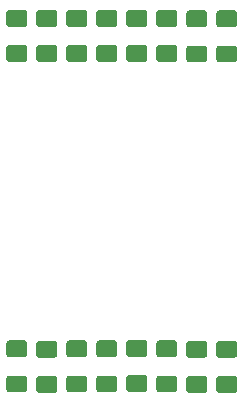
<source format=gbr>
G04 #@! TF.GenerationSoftware,KiCad,Pcbnew,(5.1.5)-3*
G04 #@! TF.CreationDate,2020-05-24T17:55:25+02:00*
G04 #@! TF.ProjectId,MultiSwitch_Sw16_ProMicro,4d756c74-6953-4776-9974-63685f537731,V1.0*
G04 #@! TF.SameCoordinates,Original*
G04 #@! TF.FileFunction,Paste,Bot*
G04 #@! TF.FilePolarity,Positive*
%FSLAX46Y46*%
G04 Gerber Fmt 4.6, Leading zero omitted, Abs format (unit mm)*
G04 Created by KiCad (PCBNEW (5.1.5)-3) date 2020-05-24 17:55:25*
%MOMM*%
%LPD*%
G04 APERTURE LIST*
%ADD10C,0.100000*%
G04 APERTURE END LIST*
D10*
G36*
X127649504Y-84124704D02*
G01*
X127673773Y-84128304D01*
X127697571Y-84134265D01*
X127720671Y-84142530D01*
X127742849Y-84153020D01*
X127763893Y-84165633D01*
X127783598Y-84180247D01*
X127801777Y-84196723D01*
X127818253Y-84214902D01*
X127832867Y-84234607D01*
X127845480Y-84255651D01*
X127855970Y-84277829D01*
X127864235Y-84300929D01*
X127870196Y-84324727D01*
X127873796Y-84348996D01*
X127875000Y-84373500D01*
X127875000Y-85298500D01*
X127873796Y-85323004D01*
X127870196Y-85347273D01*
X127864235Y-85371071D01*
X127855970Y-85394171D01*
X127845480Y-85416349D01*
X127832867Y-85437393D01*
X127818253Y-85457098D01*
X127801777Y-85475277D01*
X127783598Y-85491753D01*
X127763893Y-85506367D01*
X127742849Y-85518980D01*
X127720671Y-85529470D01*
X127697571Y-85537735D01*
X127673773Y-85543696D01*
X127649504Y-85547296D01*
X127625000Y-85548500D01*
X126375000Y-85548500D01*
X126350496Y-85547296D01*
X126326227Y-85543696D01*
X126302429Y-85537735D01*
X126279329Y-85529470D01*
X126257151Y-85518980D01*
X126236107Y-85506367D01*
X126216402Y-85491753D01*
X126198223Y-85475277D01*
X126181747Y-85457098D01*
X126167133Y-85437393D01*
X126154520Y-85416349D01*
X126144030Y-85394171D01*
X126135765Y-85371071D01*
X126129804Y-85347273D01*
X126126204Y-85323004D01*
X126125000Y-85298500D01*
X126125000Y-84373500D01*
X126126204Y-84348996D01*
X126129804Y-84324727D01*
X126135765Y-84300929D01*
X126144030Y-84277829D01*
X126154520Y-84255651D01*
X126167133Y-84234607D01*
X126181747Y-84214902D01*
X126198223Y-84196723D01*
X126216402Y-84180247D01*
X126236107Y-84165633D01*
X126257151Y-84153020D01*
X126279329Y-84142530D01*
X126302429Y-84134265D01*
X126326227Y-84128304D01*
X126350496Y-84124704D01*
X126375000Y-84123500D01*
X127625000Y-84123500D01*
X127649504Y-84124704D01*
G37*
G36*
X127649504Y-87099704D02*
G01*
X127673773Y-87103304D01*
X127697571Y-87109265D01*
X127720671Y-87117530D01*
X127742849Y-87128020D01*
X127763893Y-87140633D01*
X127783598Y-87155247D01*
X127801777Y-87171723D01*
X127818253Y-87189902D01*
X127832867Y-87209607D01*
X127845480Y-87230651D01*
X127855970Y-87252829D01*
X127864235Y-87275929D01*
X127870196Y-87299727D01*
X127873796Y-87323996D01*
X127875000Y-87348500D01*
X127875000Y-88273500D01*
X127873796Y-88298004D01*
X127870196Y-88322273D01*
X127864235Y-88346071D01*
X127855970Y-88369171D01*
X127845480Y-88391349D01*
X127832867Y-88412393D01*
X127818253Y-88432098D01*
X127801777Y-88450277D01*
X127783598Y-88466753D01*
X127763893Y-88481367D01*
X127742849Y-88493980D01*
X127720671Y-88504470D01*
X127697571Y-88512735D01*
X127673773Y-88518696D01*
X127649504Y-88522296D01*
X127625000Y-88523500D01*
X126375000Y-88523500D01*
X126350496Y-88522296D01*
X126326227Y-88518696D01*
X126302429Y-88512735D01*
X126279329Y-88504470D01*
X126257151Y-88493980D01*
X126236107Y-88481367D01*
X126216402Y-88466753D01*
X126198223Y-88450277D01*
X126181747Y-88432098D01*
X126167133Y-88412393D01*
X126154520Y-88391349D01*
X126144030Y-88369171D01*
X126135765Y-88346071D01*
X126129804Y-88322273D01*
X126126204Y-88298004D01*
X126125000Y-88273500D01*
X126125000Y-87348500D01*
X126126204Y-87323996D01*
X126129804Y-87299727D01*
X126135765Y-87275929D01*
X126144030Y-87252829D01*
X126154520Y-87230651D01*
X126167133Y-87209607D01*
X126181747Y-87189902D01*
X126198223Y-87171723D01*
X126216402Y-87155247D01*
X126236107Y-87140633D01*
X126257151Y-87128020D01*
X126279329Y-87117530D01*
X126302429Y-87109265D01*
X126326227Y-87103304D01*
X126350496Y-87099704D01*
X126375000Y-87098500D01*
X127625000Y-87098500D01*
X127649504Y-87099704D01*
G37*
G36*
X130189504Y-87099704D02*
G01*
X130213773Y-87103304D01*
X130237571Y-87109265D01*
X130260671Y-87117530D01*
X130282849Y-87128020D01*
X130303893Y-87140633D01*
X130323598Y-87155247D01*
X130341777Y-87171723D01*
X130358253Y-87189902D01*
X130372867Y-87209607D01*
X130385480Y-87230651D01*
X130395970Y-87252829D01*
X130404235Y-87275929D01*
X130410196Y-87299727D01*
X130413796Y-87323996D01*
X130415000Y-87348500D01*
X130415000Y-88273500D01*
X130413796Y-88298004D01*
X130410196Y-88322273D01*
X130404235Y-88346071D01*
X130395970Y-88369171D01*
X130385480Y-88391349D01*
X130372867Y-88412393D01*
X130358253Y-88432098D01*
X130341777Y-88450277D01*
X130323598Y-88466753D01*
X130303893Y-88481367D01*
X130282849Y-88493980D01*
X130260671Y-88504470D01*
X130237571Y-88512735D01*
X130213773Y-88518696D01*
X130189504Y-88522296D01*
X130165000Y-88523500D01*
X128915000Y-88523500D01*
X128890496Y-88522296D01*
X128866227Y-88518696D01*
X128842429Y-88512735D01*
X128819329Y-88504470D01*
X128797151Y-88493980D01*
X128776107Y-88481367D01*
X128756402Y-88466753D01*
X128738223Y-88450277D01*
X128721747Y-88432098D01*
X128707133Y-88412393D01*
X128694520Y-88391349D01*
X128684030Y-88369171D01*
X128675765Y-88346071D01*
X128669804Y-88322273D01*
X128666204Y-88298004D01*
X128665000Y-88273500D01*
X128665000Y-87348500D01*
X128666204Y-87323996D01*
X128669804Y-87299727D01*
X128675765Y-87275929D01*
X128684030Y-87252829D01*
X128694520Y-87230651D01*
X128707133Y-87209607D01*
X128721747Y-87189902D01*
X128738223Y-87171723D01*
X128756402Y-87155247D01*
X128776107Y-87140633D01*
X128797151Y-87128020D01*
X128819329Y-87117530D01*
X128842429Y-87109265D01*
X128866227Y-87103304D01*
X128890496Y-87099704D01*
X128915000Y-87098500D01*
X130165000Y-87098500D01*
X130189504Y-87099704D01*
G37*
G36*
X130189504Y-84124704D02*
G01*
X130213773Y-84128304D01*
X130237571Y-84134265D01*
X130260671Y-84142530D01*
X130282849Y-84153020D01*
X130303893Y-84165633D01*
X130323598Y-84180247D01*
X130341777Y-84196723D01*
X130358253Y-84214902D01*
X130372867Y-84234607D01*
X130385480Y-84255651D01*
X130395970Y-84277829D01*
X130404235Y-84300929D01*
X130410196Y-84324727D01*
X130413796Y-84348996D01*
X130415000Y-84373500D01*
X130415000Y-85298500D01*
X130413796Y-85323004D01*
X130410196Y-85347273D01*
X130404235Y-85371071D01*
X130395970Y-85394171D01*
X130385480Y-85416349D01*
X130372867Y-85437393D01*
X130358253Y-85457098D01*
X130341777Y-85475277D01*
X130323598Y-85491753D01*
X130303893Y-85506367D01*
X130282849Y-85518980D01*
X130260671Y-85529470D01*
X130237571Y-85537735D01*
X130213773Y-85543696D01*
X130189504Y-85547296D01*
X130165000Y-85548500D01*
X128915000Y-85548500D01*
X128890496Y-85547296D01*
X128866227Y-85543696D01*
X128842429Y-85537735D01*
X128819329Y-85529470D01*
X128797151Y-85518980D01*
X128776107Y-85506367D01*
X128756402Y-85491753D01*
X128738223Y-85475277D01*
X128721747Y-85457098D01*
X128707133Y-85437393D01*
X128694520Y-85416349D01*
X128684030Y-85394171D01*
X128675765Y-85371071D01*
X128669804Y-85347273D01*
X128666204Y-85323004D01*
X128665000Y-85298500D01*
X128665000Y-84373500D01*
X128666204Y-84348996D01*
X128669804Y-84324727D01*
X128675765Y-84300929D01*
X128684030Y-84277829D01*
X128694520Y-84255651D01*
X128707133Y-84234607D01*
X128721747Y-84214902D01*
X128738223Y-84196723D01*
X128756402Y-84180247D01*
X128776107Y-84165633D01*
X128797151Y-84153020D01*
X128819329Y-84142530D01*
X128842429Y-84134265D01*
X128866227Y-84128304D01*
X128890496Y-84124704D01*
X128915000Y-84123500D01*
X130165000Y-84123500D01*
X130189504Y-84124704D01*
G37*
G36*
X132729504Y-84124704D02*
G01*
X132753773Y-84128304D01*
X132777571Y-84134265D01*
X132800671Y-84142530D01*
X132822849Y-84153020D01*
X132843893Y-84165633D01*
X132863598Y-84180247D01*
X132881777Y-84196723D01*
X132898253Y-84214902D01*
X132912867Y-84234607D01*
X132925480Y-84255651D01*
X132935970Y-84277829D01*
X132944235Y-84300929D01*
X132950196Y-84324727D01*
X132953796Y-84348996D01*
X132955000Y-84373500D01*
X132955000Y-85298500D01*
X132953796Y-85323004D01*
X132950196Y-85347273D01*
X132944235Y-85371071D01*
X132935970Y-85394171D01*
X132925480Y-85416349D01*
X132912867Y-85437393D01*
X132898253Y-85457098D01*
X132881777Y-85475277D01*
X132863598Y-85491753D01*
X132843893Y-85506367D01*
X132822849Y-85518980D01*
X132800671Y-85529470D01*
X132777571Y-85537735D01*
X132753773Y-85543696D01*
X132729504Y-85547296D01*
X132705000Y-85548500D01*
X131455000Y-85548500D01*
X131430496Y-85547296D01*
X131406227Y-85543696D01*
X131382429Y-85537735D01*
X131359329Y-85529470D01*
X131337151Y-85518980D01*
X131316107Y-85506367D01*
X131296402Y-85491753D01*
X131278223Y-85475277D01*
X131261747Y-85457098D01*
X131247133Y-85437393D01*
X131234520Y-85416349D01*
X131224030Y-85394171D01*
X131215765Y-85371071D01*
X131209804Y-85347273D01*
X131206204Y-85323004D01*
X131205000Y-85298500D01*
X131205000Y-84373500D01*
X131206204Y-84348996D01*
X131209804Y-84324727D01*
X131215765Y-84300929D01*
X131224030Y-84277829D01*
X131234520Y-84255651D01*
X131247133Y-84234607D01*
X131261747Y-84214902D01*
X131278223Y-84196723D01*
X131296402Y-84180247D01*
X131316107Y-84165633D01*
X131337151Y-84153020D01*
X131359329Y-84142530D01*
X131382429Y-84134265D01*
X131406227Y-84128304D01*
X131430496Y-84124704D01*
X131455000Y-84123500D01*
X132705000Y-84123500D01*
X132729504Y-84124704D01*
G37*
G36*
X132729504Y-87099704D02*
G01*
X132753773Y-87103304D01*
X132777571Y-87109265D01*
X132800671Y-87117530D01*
X132822849Y-87128020D01*
X132843893Y-87140633D01*
X132863598Y-87155247D01*
X132881777Y-87171723D01*
X132898253Y-87189902D01*
X132912867Y-87209607D01*
X132925480Y-87230651D01*
X132935970Y-87252829D01*
X132944235Y-87275929D01*
X132950196Y-87299727D01*
X132953796Y-87323996D01*
X132955000Y-87348500D01*
X132955000Y-88273500D01*
X132953796Y-88298004D01*
X132950196Y-88322273D01*
X132944235Y-88346071D01*
X132935970Y-88369171D01*
X132925480Y-88391349D01*
X132912867Y-88412393D01*
X132898253Y-88432098D01*
X132881777Y-88450277D01*
X132863598Y-88466753D01*
X132843893Y-88481367D01*
X132822849Y-88493980D01*
X132800671Y-88504470D01*
X132777571Y-88512735D01*
X132753773Y-88518696D01*
X132729504Y-88522296D01*
X132705000Y-88523500D01*
X131455000Y-88523500D01*
X131430496Y-88522296D01*
X131406227Y-88518696D01*
X131382429Y-88512735D01*
X131359329Y-88504470D01*
X131337151Y-88493980D01*
X131316107Y-88481367D01*
X131296402Y-88466753D01*
X131278223Y-88450277D01*
X131261747Y-88432098D01*
X131247133Y-88412393D01*
X131234520Y-88391349D01*
X131224030Y-88369171D01*
X131215765Y-88346071D01*
X131209804Y-88322273D01*
X131206204Y-88298004D01*
X131205000Y-88273500D01*
X131205000Y-87348500D01*
X131206204Y-87323996D01*
X131209804Y-87299727D01*
X131215765Y-87275929D01*
X131224030Y-87252829D01*
X131234520Y-87230651D01*
X131247133Y-87209607D01*
X131261747Y-87189902D01*
X131278223Y-87171723D01*
X131296402Y-87155247D01*
X131316107Y-87140633D01*
X131337151Y-87128020D01*
X131359329Y-87117530D01*
X131382429Y-87109265D01*
X131406227Y-87103304D01*
X131430496Y-87099704D01*
X131455000Y-87098500D01*
X132705000Y-87098500D01*
X132729504Y-87099704D01*
G37*
G36*
X135269504Y-87099704D02*
G01*
X135293773Y-87103304D01*
X135317571Y-87109265D01*
X135340671Y-87117530D01*
X135362849Y-87128020D01*
X135383893Y-87140633D01*
X135403598Y-87155247D01*
X135421777Y-87171723D01*
X135438253Y-87189902D01*
X135452867Y-87209607D01*
X135465480Y-87230651D01*
X135475970Y-87252829D01*
X135484235Y-87275929D01*
X135490196Y-87299727D01*
X135493796Y-87323996D01*
X135495000Y-87348500D01*
X135495000Y-88273500D01*
X135493796Y-88298004D01*
X135490196Y-88322273D01*
X135484235Y-88346071D01*
X135475970Y-88369171D01*
X135465480Y-88391349D01*
X135452867Y-88412393D01*
X135438253Y-88432098D01*
X135421777Y-88450277D01*
X135403598Y-88466753D01*
X135383893Y-88481367D01*
X135362849Y-88493980D01*
X135340671Y-88504470D01*
X135317571Y-88512735D01*
X135293773Y-88518696D01*
X135269504Y-88522296D01*
X135245000Y-88523500D01*
X133995000Y-88523500D01*
X133970496Y-88522296D01*
X133946227Y-88518696D01*
X133922429Y-88512735D01*
X133899329Y-88504470D01*
X133877151Y-88493980D01*
X133856107Y-88481367D01*
X133836402Y-88466753D01*
X133818223Y-88450277D01*
X133801747Y-88432098D01*
X133787133Y-88412393D01*
X133774520Y-88391349D01*
X133764030Y-88369171D01*
X133755765Y-88346071D01*
X133749804Y-88322273D01*
X133746204Y-88298004D01*
X133745000Y-88273500D01*
X133745000Y-87348500D01*
X133746204Y-87323996D01*
X133749804Y-87299727D01*
X133755765Y-87275929D01*
X133764030Y-87252829D01*
X133774520Y-87230651D01*
X133787133Y-87209607D01*
X133801747Y-87189902D01*
X133818223Y-87171723D01*
X133836402Y-87155247D01*
X133856107Y-87140633D01*
X133877151Y-87128020D01*
X133899329Y-87117530D01*
X133922429Y-87109265D01*
X133946227Y-87103304D01*
X133970496Y-87099704D01*
X133995000Y-87098500D01*
X135245000Y-87098500D01*
X135269504Y-87099704D01*
G37*
G36*
X135269504Y-84124704D02*
G01*
X135293773Y-84128304D01*
X135317571Y-84134265D01*
X135340671Y-84142530D01*
X135362849Y-84153020D01*
X135383893Y-84165633D01*
X135403598Y-84180247D01*
X135421777Y-84196723D01*
X135438253Y-84214902D01*
X135452867Y-84234607D01*
X135465480Y-84255651D01*
X135475970Y-84277829D01*
X135484235Y-84300929D01*
X135490196Y-84324727D01*
X135493796Y-84348996D01*
X135495000Y-84373500D01*
X135495000Y-85298500D01*
X135493796Y-85323004D01*
X135490196Y-85347273D01*
X135484235Y-85371071D01*
X135475970Y-85394171D01*
X135465480Y-85416349D01*
X135452867Y-85437393D01*
X135438253Y-85457098D01*
X135421777Y-85475277D01*
X135403598Y-85491753D01*
X135383893Y-85506367D01*
X135362849Y-85518980D01*
X135340671Y-85529470D01*
X135317571Y-85537735D01*
X135293773Y-85543696D01*
X135269504Y-85547296D01*
X135245000Y-85548500D01*
X133995000Y-85548500D01*
X133970496Y-85547296D01*
X133946227Y-85543696D01*
X133922429Y-85537735D01*
X133899329Y-85529470D01*
X133877151Y-85518980D01*
X133856107Y-85506367D01*
X133836402Y-85491753D01*
X133818223Y-85475277D01*
X133801747Y-85457098D01*
X133787133Y-85437393D01*
X133774520Y-85416349D01*
X133764030Y-85394171D01*
X133755765Y-85371071D01*
X133749804Y-85347273D01*
X133746204Y-85323004D01*
X133745000Y-85298500D01*
X133745000Y-84373500D01*
X133746204Y-84348996D01*
X133749804Y-84324727D01*
X133755765Y-84300929D01*
X133764030Y-84277829D01*
X133774520Y-84255651D01*
X133787133Y-84234607D01*
X133801747Y-84214902D01*
X133818223Y-84196723D01*
X133836402Y-84180247D01*
X133856107Y-84165633D01*
X133877151Y-84153020D01*
X133899329Y-84142530D01*
X133922429Y-84134265D01*
X133946227Y-84128304D01*
X133970496Y-84124704D01*
X133995000Y-84123500D01*
X135245000Y-84123500D01*
X135269504Y-84124704D01*
G37*
G36*
X137809504Y-84124704D02*
G01*
X137833773Y-84128304D01*
X137857571Y-84134265D01*
X137880671Y-84142530D01*
X137902849Y-84153020D01*
X137923893Y-84165633D01*
X137943598Y-84180247D01*
X137961777Y-84196723D01*
X137978253Y-84214902D01*
X137992867Y-84234607D01*
X138005480Y-84255651D01*
X138015970Y-84277829D01*
X138024235Y-84300929D01*
X138030196Y-84324727D01*
X138033796Y-84348996D01*
X138035000Y-84373500D01*
X138035000Y-85298500D01*
X138033796Y-85323004D01*
X138030196Y-85347273D01*
X138024235Y-85371071D01*
X138015970Y-85394171D01*
X138005480Y-85416349D01*
X137992867Y-85437393D01*
X137978253Y-85457098D01*
X137961777Y-85475277D01*
X137943598Y-85491753D01*
X137923893Y-85506367D01*
X137902849Y-85518980D01*
X137880671Y-85529470D01*
X137857571Y-85537735D01*
X137833773Y-85543696D01*
X137809504Y-85547296D01*
X137785000Y-85548500D01*
X136535000Y-85548500D01*
X136510496Y-85547296D01*
X136486227Y-85543696D01*
X136462429Y-85537735D01*
X136439329Y-85529470D01*
X136417151Y-85518980D01*
X136396107Y-85506367D01*
X136376402Y-85491753D01*
X136358223Y-85475277D01*
X136341747Y-85457098D01*
X136327133Y-85437393D01*
X136314520Y-85416349D01*
X136304030Y-85394171D01*
X136295765Y-85371071D01*
X136289804Y-85347273D01*
X136286204Y-85323004D01*
X136285000Y-85298500D01*
X136285000Y-84373500D01*
X136286204Y-84348996D01*
X136289804Y-84324727D01*
X136295765Y-84300929D01*
X136304030Y-84277829D01*
X136314520Y-84255651D01*
X136327133Y-84234607D01*
X136341747Y-84214902D01*
X136358223Y-84196723D01*
X136376402Y-84180247D01*
X136396107Y-84165633D01*
X136417151Y-84153020D01*
X136439329Y-84142530D01*
X136462429Y-84134265D01*
X136486227Y-84128304D01*
X136510496Y-84124704D01*
X136535000Y-84123500D01*
X137785000Y-84123500D01*
X137809504Y-84124704D01*
G37*
G36*
X137809504Y-87099704D02*
G01*
X137833773Y-87103304D01*
X137857571Y-87109265D01*
X137880671Y-87117530D01*
X137902849Y-87128020D01*
X137923893Y-87140633D01*
X137943598Y-87155247D01*
X137961777Y-87171723D01*
X137978253Y-87189902D01*
X137992867Y-87209607D01*
X138005480Y-87230651D01*
X138015970Y-87252829D01*
X138024235Y-87275929D01*
X138030196Y-87299727D01*
X138033796Y-87323996D01*
X138035000Y-87348500D01*
X138035000Y-88273500D01*
X138033796Y-88298004D01*
X138030196Y-88322273D01*
X138024235Y-88346071D01*
X138015970Y-88369171D01*
X138005480Y-88391349D01*
X137992867Y-88412393D01*
X137978253Y-88432098D01*
X137961777Y-88450277D01*
X137943598Y-88466753D01*
X137923893Y-88481367D01*
X137902849Y-88493980D01*
X137880671Y-88504470D01*
X137857571Y-88512735D01*
X137833773Y-88518696D01*
X137809504Y-88522296D01*
X137785000Y-88523500D01*
X136535000Y-88523500D01*
X136510496Y-88522296D01*
X136486227Y-88518696D01*
X136462429Y-88512735D01*
X136439329Y-88504470D01*
X136417151Y-88493980D01*
X136396107Y-88481367D01*
X136376402Y-88466753D01*
X136358223Y-88450277D01*
X136341747Y-88432098D01*
X136327133Y-88412393D01*
X136314520Y-88391349D01*
X136304030Y-88369171D01*
X136295765Y-88346071D01*
X136289804Y-88322273D01*
X136286204Y-88298004D01*
X136285000Y-88273500D01*
X136285000Y-87348500D01*
X136286204Y-87323996D01*
X136289804Y-87299727D01*
X136295765Y-87275929D01*
X136304030Y-87252829D01*
X136314520Y-87230651D01*
X136327133Y-87209607D01*
X136341747Y-87189902D01*
X136358223Y-87171723D01*
X136376402Y-87155247D01*
X136396107Y-87140633D01*
X136417151Y-87128020D01*
X136439329Y-87117530D01*
X136462429Y-87109265D01*
X136486227Y-87103304D01*
X136510496Y-87099704D01*
X136535000Y-87098500D01*
X137785000Y-87098500D01*
X137809504Y-87099704D01*
G37*
G36*
X140349504Y-87099704D02*
G01*
X140373773Y-87103304D01*
X140397571Y-87109265D01*
X140420671Y-87117530D01*
X140442849Y-87128020D01*
X140463893Y-87140633D01*
X140483598Y-87155247D01*
X140501777Y-87171723D01*
X140518253Y-87189902D01*
X140532867Y-87209607D01*
X140545480Y-87230651D01*
X140555970Y-87252829D01*
X140564235Y-87275929D01*
X140570196Y-87299727D01*
X140573796Y-87323996D01*
X140575000Y-87348500D01*
X140575000Y-88273500D01*
X140573796Y-88298004D01*
X140570196Y-88322273D01*
X140564235Y-88346071D01*
X140555970Y-88369171D01*
X140545480Y-88391349D01*
X140532867Y-88412393D01*
X140518253Y-88432098D01*
X140501777Y-88450277D01*
X140483598Y-88466753D01*
X140463893Y-88481367D01*
X140442849Y-88493980D01*
X140420671Y-88504470D01*
X140397571Y-88512735D01*
X140373773Y-88518696D01*
X140349504Y-88522296D01*
X140325000Y-88523500D01*
X139075000Y-88523500D01*
X139050496Y-88522296D01*
X139026227Y-88518696D01*
X139002429Y-88512735D01*
X138979329Y-88504470D01*
X138957151Y-88493980D01*
X138936107Y-88481367D01*
X138916402Y-88466753D01*
X138898223Y-88450277D01*
X138881747Y-88432098D01*
X138867133Y-88412393D01*
X138854520Y-88391349D01*
X138844030Y-88369171D01*
X138835765Y-88346071D01*
X138829804Y-88322273D01*
X138826204Y-88298004D01*
X138825000Y-88273500D01*
X138825000Y-87348500D01*
X138826204Y-87323996D01*
X138829804Y-87299727D01*
X138835765Y-87275929D01*
X138844030Y-87252829D01*
X138854520Y-87230651D01*
X138867133Y-87209607D01*
X138881747Y-87189902D01*
X138898223Y-87171723D01*
X138916402Y-87155247D01*
X138936107Y-87140633D01*
X138957151Y-87128020D01*
X138979329Y-87117530D01*
X139002429Y-87109265D01*
X139026227Y-87103304D01*
X139050496Y-87099704D01*
X139075000Y-87098500D01*
X140325000Y-87098500D01*
X140349504Y-87099704D01*
G37*
G36*
X140349504Y-84124704D02*
G01*
X140373773Y-84128304D01*
X140397571Y-84134265D01*
X140420671Y-84142530D01*
X140442849Y-84153020D01*
X140463893Y-84165633D01*
X140483598Y-84180247D01*
X140501777Y-84196723D01*
X140518253Y-84214902D01*
X140532867Y-84234607D01*
X140545480Y-84255651D01*
X140555970Y-84277829D01*
X140564235Y-84300929D01*
X140570196Y-84324727D01*
X140573796Y-84348996D01*
X140575000Y-84373500D01*
X140575000Y-85298500D01*
X140573796Y-85323004D01*
X140570196Y-85347273D01*
X140564235Y-85371071D01*
X140555970Y-85394171D01*
X140545480Y-85416349D01*
X140532867Y-85437393D01*
X140518253Y-85457098D01*
X140501777Y-85475277D01*
X140483598Y-85491753D01*
X140463893Y-85506367D01*
X140442849Y-85518980D01*
X140420671Y-85529470D01*
X140397571Y-85537735D01*
X140373773Y-85543696D01*
X140349504Y-85547296D01*
X140325000Y-85548500D01*
X139075000Y-85548500D01*
X139050496Y-85547296D01*
X139026227Y-85543696D01*
X139002429Y-85537735D01*
X138979329Y-85529470D01*
X138957151Y-85518980D01*
X138936107Y-85506367D01*
X138916402Y-85491753D01*
X138898223Y-85475277D01*
X138881747Y-85457098D01*
X138867133Y-85437393D01*
X138854520Y-85416349D01*
X138844030Y-85394171D01*
X138835765Y-85371071D01*
X138829804Y-85347273D01*
X138826204Y-85323004D01*
X138825000Y-85298500D01*
X138825000Y-84373500D01*
X138826204Y-84348996D01*
X138829804Y-84324727D01*
X138835765Y-84300929D01*
X138844030Y-84277829D01*
X138854520Y-84255651D01*
X138867133Y-84234607D01*
X138881747Y-84214902D01*
X138898223Y-84196723D01*
X138916402Y-84180247D01*
X138936107Y-84165633D01*
X138957151Y-84153020D01*
X138979329Y-84142530D01*
X139002429Y-84134265D01*
X139026227Y-84128304D01*
X139050496Y-84124704D01*
X139075000Y-84123500D01*
X140325000Y-84123500D01*
X140349504Y-84124704D01*
G37*
G36*
X142889504Y-84161204D02*
G01*
X142913773Y-84164804D01*
X142937571Y-84170765D01*
X142960671Y-84179030D01*
X142982849Y-84189520D01*
X143003893Y-84202133D01*
X143023598Y-84216747D01*
X143041777Y-84233223D01*
X143058253Y-84251402D01*
X143072867Y-84271107D01*
X143085480Y-84292151D01*
X143095970Y-84314329D01*
X143104235Y-84337429D01*
X143110196Y-84361227D01*
X143113796Y-84385496D01*
X143115000Y-84410000D01*
X143115000Y-85335000D01*
X143113796Y-85359504D01*
X143110196Y-85383773D01*
X143104235Y-85407571D01*
X143095970Y-85430671D01*
X143085480Y-85452849D01*
X143072867Y-85473893D01*
X143058253Y-85493598D01*
X143041777Y-85511777D01*
X143023598Y-85528253D01*
X143003893Y-85542867D01*
X142982849Y-85555480D01*
X142960671Y-85565970D01*
X142937571Y-85574235D01*
X142913773Y-85580196D01*
X142889504Y-85583796D01*
X142865000Y-85585000D01*
X141615000Y-85585000D01*
X141590496Y-85583796D01*
X141566227Y-85580196D01*
X141542429Y-85574235D01*
X141519329Y-85565970D01*
X141497151Y-85555480D01*
X141476107Y-85542867D01*
X141456402Y-85528253D01*
X141438223Y-85511777D01*
X141421747Y-85493598D01*
X141407133Y-85473893D01*
X141394520Y-85452849D01*
X141384030Y-85430671D01*
X141375765Y-85407571D01*
X141369804Y-85383773D01*
X141366204Y-85359504D01*
X141365000Y-85335000D01*
X141365000Y-84410000D01*
X141366204Y-84385496D01*
X141369804Y-84361227D01*
X141375765Y-84337429D01*
X141384030Y-84314329D01*
X141394520Y-84292151D01*
X141407133Y-84271107D01*
X141421747Y-84251402D01*
X141438223Y-84233223D01*
X141456402Y-84216747D01*
X141476107Y-84202133D01*
X141497151Y-84189520D01*
X141519329Y-84179030D01*
X141542429Y-84170765D01*
X141566227Y-84164804D01*
X141590496Y-84161204D01*
X141615000Y-84160000D01*
X142865000Y-84160000D01*
X142889504Y-84161204D01*
G37*
G36*
X142889504Y-87136204D02*
G01*
X142913773Y-87139804D01*
X142937571Y-87145765D01*
X142960671Y-87154030D01*
X142982849Y-87164520D01*
X143003893Y-87177133D01*
X143023598Y-87191747D01*
X143041777Y-87208223D01*
X143058253Y-87226402D01*
X143072867Y-87246107D01*
X143085480Y-87267151D01*
X143095970Y-87289329D01*
X143104235Y-87312429D01*
X143110196Y-87336227D01*
X143113796Y-87360496D01*
X143115000Y-87385000D01*
X143115000Y-88310000D01*
X143113796Y-88334504D01*
X143110196Y-88358773D01*
X143104235Y-88382571D01*
X143095970Y-88405671D01*
X143085480Y-88427849D01*
X143072867Y-88448893D01*
X143058253Y-88468598D01*
X143041777Y-88486777D01*
X143023598Y-88503253D01*
X143003893Y-88517867D01*
X142982849Y-88530480D01*
X142960671Y-88540970D01*
X142937571Y-88549235D01*
X142913773Y-88555196D01*
X142889504Y-88558796D01*
X142865000Y-88560000D01*
X141615000Y-88560000D01*
X141590496Y-88558796D01*
X141566227Y-88555196D01*
X141542429Y-88549235D01*
X141519329Y-88540970D01*
X141497151Y-88530480D01*
X141476107Y-88517867D01*
X141456402Y-88503253D01*
X141438223Y-88486777D01*
X141421747Y-88468598D01*
X141407133Y-88448893D01*
X141394520Y-88427849D01*
X141384030Y-88405671D01*
X141375765Y-88382571D01*
X141369804Y-88358773D01*
X141366204Y-88334504D01*
X141365000Y-88310000D01*
X141365000Y-87385000D01*
X141366204Y-87360496D01*
X141369804Y-87336227D01*
X141375765Y-87312429D01*
X141384030Y-87289329D01*
X141394520Y-87267151D01*
X141407133Y-87246107D01*
X141421747Y-87226402D01*
X141438223Y-87208223D01*
X141456402Y-87191747D01*
X141476107Y-87177133D01*
X141497151Y-87164520D01*
X141519329Y-87154030D01*
X141542429Y-87145765D01*
X141566227Y-87139804D01*
X141590496Y-87136204D01*
X141615000Y-87135000D01*
X142865000Y-87135000D01*
X142889504Y-87136204D01*
G37*
G36*
X145429504Y-87136204D02*
G01*
X145453773Y-87139804D01*
X145477571Y-87145765D01*
X145500671Y-87154030D01*
X145522849Y-87164520D01*
X145543893Y-87177133D01*
X145563598Y-87191747D01*
X145581777Y-87208223D01*
X145598253Y-87226402D01*
X145612867Y-87246107D01*
X145625480Y-87267151D01*
X145635970Y-87289329D01*
X145644235Y-87312429D01*
X145650196Y-87336227D01*
X145653796Y-87360496D01*
X145655000Y-87385000D01*
X145655000Y-88310000D01*
X145653796Y-88334504D01*
X145650196Y-88358773D01*
X145644235Y-88382571D01*
X145635970Y-88405671D01*
X145625480Y-88427849D01*
X145612867Y-88448893D01*
X145598253Y-88468598D01*
X145581777Y-88486777D01*
X145563598Y-88503253D01*
X145543893Y-88517867D01*
X145522849Y-88530480D01*
X145500671Y-88540970D01*
X145477571Y-88549235D01*
X145453773Y-88555196D01*
X145429504Y-88558796D01*
X145405000Y-88560000D01*
X144155000Y-88560000D01*
X144130496Y-88558796D01*
X144106227Y-88555196D01*
X144082429Y-88549235D01*
X144059329Y-88540970D01*
X144037151Y-88530480D01*
X144016107Y-88517867D01*
X143996402Y-88503253D01*
X143978223Y-88486777D01*
X143961747Y-88468598D01*
X143947133Y-88448893D01*
X143934520Y-88427849D01*
X143924030Y-88405671D01*
X143915765Y-88382571D01*
X143909804Y-88358773D01*
X143906204Y-88334504D01*
X143905000Y-88310000D01*
X143905000Y-87385000D01*
X143906204Y-87360496D01*
X143909804Y-87336227D01*
X143915765Y-87312429D01*
X143924030Y-87289329D01*
X143934520Y-87267151D01*
X143947133Y-87246107D01*
X143961747Y-87226402D01*
X143978223Y-87208223D01*
X143996402Y-87191747D01*
X144016107Y-87177133D01*
X144037151Y-87164520D01*
X144059329Y-87154030D01*
X144082429Y-87145765D01*
X144106227Y-87139804D01*
X144130496Y-87136204D01*
X144155000Y-87135000D01*
X145405000Y-87135000D01*
X145429504Y-87136204D01*
G37*
G36*
X145429504Y-84161204D02*
G01*
X145453773Y-84164804D01*
X145477571Y-84170765D01*
X145500671Y-84179030D01*
X145522849Y-84189520D01*
X145543893Y-84202133D01*
X145563598Y-84216747D01*
X145581777Y-84233223D01*
X145598253Y-84251402D01*
X145612867Y-84271107D01*
X145625480Y-84292151D01*
X145635970Y-84314329D01*
X145644235Y-84337429D01*
X145650196Y-84361227D01*
X145653796Y-84385496D01*
X145655000Y-84410000D01*
X145655000Y-85335000D01*
X145653796Y-85359504D01*
X145650196Y-85383773D01*
X145644235Y-85407571D01*
X145635970Y-85430671D01*
X145625480Y-85452849D01*
X145612867Y-85473893D01*
X145598253Y-85493598D01*
X145581777Y-85511777D01*
X145563598Y-85528253D01*
X145543893Y-85542867D01*
X145522849Y-85555480D01*
X145500671Y-85565970D01*
X145477571Y-85574235D01*
X145453773Y-85580196D01*
X145429504Y-85583796D01*
X145405000Y-85585000D01*
X144155000Y-85585000D01*
X144130496Y-85583796D01*
X144106227Y-85580196D01*
X144082429Y-85574235D01*
X144059329Y-85565970D01*
X144037151Y-85555480D01*
X144016107Y-85542867D01*
X143996402Y-85528253D01*
X143978223Y-85511777D01*
X143961747Y-85493598D01*
X143947133Y-85473893D01*
X143934520Y-85452849D01*
X143924030Y-85430671D01*
X143915765Y-85407571D01*
X143909804Y-85383773D01*
X143906204Y-85359504D01*
X143905000Y-85335000D01*
X143905000Y-84410000D01*
X143906204Y-84385496D01*
X143909804Y-84361227D01*
X143915765Y-84337429D01*
X143924030Y-84314329D01*
X143934520Y-84292151D01*
X143947133Y-84271107D01*
X143961747Y-84251402D01*
X143978223Y-84233223D01*
X143996402Y-84216747D01*
X144016107Y-84202133D01*
X144037151Y-84189520D01*
X144059329Y-84179030D01*
X144082429Y-84170765D01*
X144106227Y-84164804D01*
X144130496Y-84161204D01*
X144155000Y-84160000D01*
X145405000Y-84160000D01*
X145429504Y-84161204D01*
G37*
G36*
X145429504Y-112137704D02*
G01*
X145453773Y-112141304D01*
X145477571Y-112147265D01*
X145500671Y-112155530D01*
X145522849Y-112166020D01*
X145543893Y-112178633D01*
X145563598Y-112193247D01*
X145581777Y-112209723D01*
X145598253Y-112227902D01*
X145612867Y-112247607D01*
X145625480Y-112268651D01*
X145635970Y-112290829D01*
X145644235Y-112313929D01*
X145650196Y-112337727D01*
X145653796Y-112361996D01*
X145655000Y-112386500D01*
X145655000Y-113311500D01*
X145653796Y-113336004D01*
X145650196Y-113360273D01*
X145644235Y-113384071D01*
X145635970Y-113407171D01*
X145625480Y-113429349D01*
X145612867Y-113450393D01*
X145598253Y-113470098D01*
X145581777Y-113488277D01*
X145563598Y-113504753D01*
X145543893Y-113519367D01*
X145522849Y-113531980D01*
X145500671Y-113542470D01*
X145477571Y-113550735D01*
X145453773Y-113556696D01*
X145429504Y-113560296D01*
X145405000Y-113561500D01*
X144155000Y-113561500D01*
X144130496Y-113560296D01*
X144106227Y-113556696D01*
X144082429Y-113550735D01*
X144059329Y-113542470D01*
X144037151Y-113531980D01*
X144016107Y-113519367D01*
X143996402Y-113504753D01*
X143978223Y-113488277D01*
X143961747Y-113470098D01*
X143947133Y-113450393D01*
X143934520Y-113429349D01*
X143924030Y-113407171D01*
X143915765Y-113384071D01*
X143909804Y-113360273D01*
X143906204Y-113336004D01*
X143905000Y-113311500D01*
X143905000Y-112386500D01*
X143906204Y-112361996D01*
X143909804Y-112337727D01*
X143915765Y-112313929D01*
X143924030Y-112290829D01*
X143934520Y-112268651D01*
X143947133Y-112247607D01*
X143961747Y-112227902D01*
X143978223Y-112209723D01*
X143996402Y-112193247D01*
X144016107Y-112178633D01*
X144037151Y-112166020D01*
X144059329Y-112155530D01*
X144082429Y-112147265D01*
X144106227Y-112141304D01*
X144130496Y-112137704D01*
X144155000Y-112136500D01*
X145405000Y-112136500D01*
X145429504Y-112137704D01*
G37*
G36*
X145429504Y-115112704D02*
G01*
X145453773Y-115116304D01*
X145477571Y-115122265D01*
X145500671Y-115130530D01*
X145522849Y-115141020D01*
X145543893Y-115153633D01*
X145563598Y-115168247D01*
X145581777Y-115184723D01*
X145598253Y-115202902D01*
X145612867Y-115222607D01*
X145625480Y-115243651D01*
X145635970Y-115265829D01*
X145644235Y-115288929D01*
X145650196Y-115312727D01*
X145653796Y-115336996D01*
X145655000Y-115361500D01*
X145655000Y-116286500D01*
X145653796Y-116311004D01*
X145650196Y-116335273D01*
X145644235Y-116359071D01*
X145635970Y-116382171D01*
X145625480Y-116404349D01*
X145612867Y-116425393D01*
X145598253Y-116445098D01*
X145581777Y-116463277D01*
X145563598Y-116479753D01*
X145543893Y-116494367D01*
X145522849Y-116506980D01*
X145500671Y-116517470D01*
X145477571Y-116525735D01*
X145453773Y-116531696D01*
X145429504Y-116535296D01*
X145405000Y-116536500D01*
X144155000Y-116536500D01*
X144130496Y-116535296D01*
X144106227Y-116531696D01*
X144082429Y-116525735D01*
X144059329Y-116517470D01*
X144037151Y-116506980D01*
X144016107Y-116494367D01*
X143996402Y-116479753D01*
X143978223Y-116463277D01*
X143961747Y-116445098D01*
X143947133Y-116425393D01*
X143934520Y-116404349D01*
X143924030Y-116382171D01*
X143915765Y-116359071D01*
X143909804Y-116335273D01*
X143906204Y-116311004D01*
X143905000Y-116286500D01*
X143905000Y-115361500D01*
X143906204Y-115336996D01*
X143909804Y-115312727D01*
X143915765Y-115288929D01*
X143924030Y-115265829D01*
X143934520Y-115243651D01*
X143947133Y-115222607D01*
X143961747Y-115202902D01*
X143978223Y-115184723D01*
X143996402Y-115168247D01*
X144016107Y-115153633D01*
X144037151Y-115141020D01*
X144059329Y-115130530D01*
X144082429Y-115122265D01*
X144106227Y-115116304D01*
X144130496Y-115112704D01*
X144155000Y-115111500D01*
X145405000Y-115111500D01*
X145429504Y-115112704D01*
G37*
G36*
X142889504Y-115112704D02*
G01*
X142913773Y-115116304D01*
X142937571Y-115122265D01*
X142960671Y-115130530D01*
X142982849Y-115141020D01*
X143003893Y-115153633D01*
X143023598Y-115168247D01*
X143041777Y-115184723D01*
X143058253Y-115202902D01*
X143072867Y-115222607D01*
X143085480Y-115243651D01*
X143095970Y-115265829D01*
X143104235Y-115288929D01*
X143110196Y-115312727D01*
X143113796Y-115336996D01*
X143115000Y-115361500D01*
X143115000Y-116286500D01*
X143113796Y-116311004D01*
X143110196Y-116335273D01*
X143104235Y-116359071D01*
X143095970Y-116382171D01*
X143085480Y-116404349D01*
X143072867Y-116425393D01*
X143058253Y-116445098D01*
X143041777Y-116463277D01*
X143023598Y-116479753D01*
X143003893Y-116494367D01*
X142982849Y-116506980D01*
X142960671Y-116517470D01*
X142937571Y-116525735D01*
X142913773Y-116531696D01*
X142889504Y-116535296D01*
X142865000Y-116536500D01*
X141615000Y-116536500D01*
X141590496Y-116535296D01*
X141566227Y-116531696D01*
X141542429Y-116525735D01*
X141519329Y-116517470D01*
X141497151Y-116506980D01*
X141476107Y-116494367D01*
X141456402Y-116479753D01*
X141438223Y-116463277D01*
X141421747Y-116445098D01*
X141407133Y-116425393D01*
X141394520Y-116404349D01*
X141384030Y-116382171D01*
X141375765Y-116359071D01*
X141369804Y-116335273D01*
X141366204Y-116311004D01*
X141365000Y-116286500D01*
X141365000Y-115361500D01*
X141366204Y-115336996D01*
X141369804Y-115312727D01*
X141375765Y-115288929D01*
X141384030Y-115265829D01*
X141394520Y-115243651D01*
X141407133Y-115222607D01*
X141421747Y-115202902D01*
X141438223Y-115184723D01*
X141456402Y-115168247D01*
X141476107Y-115153633D01*
X141497151Y-115141020D01*
X141519329Y-115130530D01*
X141542429Y-115122265D01*
X141566227Y-115116304D01*
X141590496Y-115112704D01*
X141615000Y-115111500D01*
X142865000Y-115111500D01*
X142889504Y-115112704D01*
G37*
G36*
X142889504Y-112137704D02*
G01*
X142913773Y-112141304D01*
X142937571Y-112147265D01*
X142960671Y-112155530D01*
X142982849Y-112166020D01*
X143003893Y-112178633D01*
X143023598Y-112193247D01*
X143041777Y-112209723D01*
X143058253Y-112227902D01*
X143072867Y-112247607D01*
X143085480Y-112268651D01*
X143095970Y-112290829D01*
X143104235Y-112313929D01*
X143110196Y-112337727D01*
X143113796Y-112361996D01*
X143115000Y-112386500D01*
X143115000Y-113311500D01*
X143113796Y-113336004D01*
X143110196Y-113360273D01*
X143104235Y-113384071D01*
X143095970Y-113407171D01*
X143085480Y-113429349D01*
X143072867Y-113450393D01*
X143058253Y-113470098D01*
X143041777Y-113488277D01*
X143023598Y-113504753D01*
X143003893Y-113519367D01*
X142982849Y-113531980D01*
X142960671Y-113542470D01*
X142937571Y-113550735D01*
X142913773Y-113556696D01*
X142889504Y-113560296D01*
X142865000Y-113561500D01*
X141615000Y-113561500D01*
X141590496Y-113560296D01*
X141566227Y-113556696D01*
X141542429Y-113550735D01*
X141519329Y-113542470D01*
X141497151Y-113531980D01*
X141476107Y-113519367D01*
X141456402Y-113504753D01*
X141438223Y-113488277D01*
X141421747Y-113470098D01*
X141407133Y-113450393D01*
X141394520Y-113429349D01*
X141384030Y-113407171D01*
X141375765Y-113384071D01*
X141369804Y-113360273D01*
X141366204Y-113336004D01*
X141365000Y-113311500D01*
X141365000Y-112386500D01*
X141366204Y-112361996D01*
X141369804Y-112337727D01*
X141375765Y-112313929D01*
X141384030Y-112290829D01*
X141394520Y-112268651D01*
X141407133Y-112247607D01*
X141421747Y-112227902D01*
X141438223Y-112209723D01*
X141456402Y-112193247D01*
X141476107Y-112178633D01*
X141497151Y-112166020D01*
X141519329Y-112155530D01*
X141542429Y-112147265D01*
X141566227Y-112141304D01*
X141590496Y-112137704D01*
X141615000Y-112136500D01*
X142865000Y-112136500D01*
X142889504Y-112137704D01*
G37*
G36*
X140349504Y-112101204D02*
G01*
X140373773Y-112104804D01*
X140397571Y-112110765D01*
X140420671Y-112119030D01*
X140442849Y-112129520D01*
X140463893Y-112142133D01*
X140483598Y-112156747D01*
X140501777Y-112173223D01*
X140518253Y-112191402D01*
X140532867Y-112211107D01*
X140545480Y-112232151D01*
X140555970Y-112254329D01*
X140564235Y-112277429D01*
X140570196Y-112301227D01*
X140573796Y-112325496D01*
X140575000Y-112350000D01*
X140575000Y-113275000D01*
X140573796Y-113299504D01*
X140570196Y-113323773D01*
X140564235Y-113347571D01*
X140555970Y-113370671D01*
X140545480Y-113392849D01*
X140532867Y-113413893D01*
X140518253Y-113433598D01*
X140501777Y-113451777D01*
X140483598Y-113468253D01*
X140463893Y-113482867D01*
X140442849Y-113495480D01*
X140420671Y-113505970D01*
X140397571Y-113514235D01*
X140373773Y-113520196D01*
X140349504Y-113523796D01*
X140325000Y-113525000D01*
X139075000Y-113525000D01*
X139050496Y-113523796D01*
X139026227Y-113520196D01*
X139002429Y-113514235D01*
X138979329Y-113505970D01*
X138957151Y-113495480D01*
X138936107Y-113482867D01*
X138916402Y-113468253D01*
X138898223Y-113451777D01*
X138881747Y-113433598D01*
X138867133Y-113413893D01*
X138854520Y-113392849D01*
X138844030Y-113370671D01*
X138835765Y-113347571D01*
X138829804Y-113323773D01*
X138826204Y-113299504D01*
X138825000Y-113275000D01*
X138825000Y-112350000D01*
X138826204Y-112325496D01*
X138829804Y-112301227D01*
X138835765Y-112277429D01*
X138844030Y-112254329D01*
X138854520Y-112232151D01*
X138867133Y-112211107D01*
X138881747Y-112191402D01*
X138898223Y-112173223D01*
X138916402Y-112156747D01*
X138936107Y-112142133D01*
X138957151Y-112129520D01*
X138979329Y-112119030D01*
X139002429Y-112110765D01*
X139026227Y-112104804D01*
X139050496Y-112101204D01*
X139075000Y-112100000D01*
X140325000Y-112100000D01*
X140349504Y-112101204D01*
G37*
G36*
X140349504Y-115076204D02*
G01*
X140373773Y-115079804D01*
X140397571Y-115085765D01*
X140420671Y-115094030D01*
X140442849Y-115104520D01*
X140463893Y-115117133D01*
X140483598Y-115131747D01*
X140501777Y-115148223D01*
X140518253Y-115166402D01*
X140532867Y-115186107D01*
X140545480Y-115207151D01*
X140555970Y-115229329D01*
X140564235Y-115252429D01*
X140570196Y-115276227D01*
X140573796Y-115300496D01*
X140575000Y-115325000D01*
X140575000Y-116250000D01*
X140573796Y-116274504D01*
X140570196Y-116298773D01*
X140564235Y-116322571D01*
X140555970Y-116345671D01*
X140545480Y-116367849D01*
X140532867Y-116388893D01*
X140518253Y-116408598D01*
X140501777Y-116426777D01*
X140483598Y-116443253D01*
X140463893Y-116457867D01*
X140442849Y-116470480D01*
X140420671Y-116480970D01*
X140397571Y-116489235D01*
X140373773Y-116495196D01*
X140349504Y-116498796D01*
X140325000Y-116500000D01*
X139075000Y-116500000D01*
X139050496Y-116498796D01*
X139026227Y-116495196D01*
X139002429Y-116489235D01*
X138979329Y-116480970D01*
X138957151Y-116470480D01*
X138936107Y-116457867D01*
X138916402Y-116443253D01*
X138898223Y-116426777D01*
X138881747Y-116408598D01*
X138867133Y-116388893D01*
X138854520Y-116367849D01*
X138844030Y-116345671D01*
X138835765Y-116322571D01*
X138829804Y-116298773D01*
X138826204Y-116274504D01*
X138825000Y-116250000D01*
X138825000Y-115325000D01*
X138826204Y-115300496D01*
X138829804Y-115276227D01*
X138835765Y-115252429D01*
X138844030Y-115229329D01*
X138854520Y-115207151D01*
X138867133Y-115186107D01*
X138881747Y-115166402D01*
X138898223Y-115148223D01*
X138916402Y-115131747D01*
X138936107Y-115117133D01*
X138957151Y-115104520D01*
X138979329Y-115094030D01*
X139002429Y-115085765D01*
X139026227Y-115079804D01*
X139050496Y-115076204D01*
X139075000Y-115075000D01*
X140325000Y-115075000D01*
X140349504Y-115076204D01*
G37*
G36*
X137809504Y-115039704D02*
G01*
X137833773Y-115043304D01*
X137857571Y-115049265D01*
X137880671Y-115057530D01*
X137902849Y-115068020D01*
X137923893Y-115080633D01*
X137943598Y-115095247D01*
X137961777Y-115111723D01*
X137978253Y-115129902D01*
X137992867Y-115149607D01*
X138005480Y-115170651D01*
X138015970Y-115192829D01*
X138024235Y-115215929D01*
X138030196Y-115239727D01*
X138033796Y-115263996D01*
X138035000Y-115288500D01*
X138035000Y-116213500D01*
X138033796Y-116238004D01*
X138030196Y-116262273D01*
X138024235Y-116286071D01*
X138015970Y-116309171D01*
X138005480Y-116331349D01*
X137992867Y-116352393D01*
X137978253Y-116372098D01*
X137961777Y-116390277D01*
X137943598Y-116406753D01*
X137923893Y-116421367D01*
X137902849Y-116433980D01*
X137880671Y-116444470D01*
X137857571Y-116452735D01*
X137833773Y-116458696D01*
X137809504Y-116462296D01*
X137785000Y-116463500D01*
X136535000Y-116463500D01*
X136510496Y-116462296D01*
X136486227Y-116458696D01*
X136462429Y-116452735D01*
X136439329Y-116444470D01*
X136417151Y-116433980D01*
X136396107Y-116421367D01*
X136376402Y-116406753D01*
X136358223Y-116390277D01*
X136341747Y-116372098D01*
X136327133Y-116352393D01*
X136314520Y-116331349D01*
X136304030Y-116309171D01*
X136295765Y-116286071D01*
X136289804Y-116262273D01*
X136286204Y-116238004D01*
X136285000Y-116213500D01*
X136285000Y-115288500D01*
X136286204Y-115263996D01*
X136289804Y-115239727D01*
X136295765Y-115215929D01*
X136304030Y-115192829D01*
X136314520Y-115170651D01*
X136327133Y-115149607D01*
X136341747Y-115129902D01*
X136358223Y-115111723D01*
X136376402Y-115095247D01*
X136396107Y-115080633D01*
X136417151Y-115068020D01*
X136439329Y-115057530D01*
X136462429Y-115049265D01*
X136486227Y-115043304D01*
X136510496Y-115039704D01*
X136535000Y-115038500D01*
X137785000Y-115038500D01*
X137809504Y-115039704D01*
G37*
G36*
X137809504Y-112064704D02*
G01*
X137833773Y-112068304D01*
X137857571Y-112074265D01*
X137880671Y-112082530D01*
X137902849Y-112093020D01*
X137923893Y-112105633D01*
X137943598Y-112120247D01*
X137961777Y-112136723D01*
X137978253Y-112154902D01*
X137992867Y-112174607D01*
X138005480Y-112195651D01*
X138015970Y-112217829D01*
X138024235Y-112240929D01*
X138030196Y-112264727D01*
X138033796Y-112288996D01*
X138035000Y-112313500D01*
X138035000Y-113238500D01*
X138033796Y-113263004D01*
X138030196Y-113287273D01*
X138024235Y-113311071D01*
X138015970Y-113334171D01*
X138005480Y-113356349D01*
X137992867Y-113377393D01*
X137978253Y-113397098D01*
X137961777Y-113415277D01*
X137943598Y-113431753D01*
X137923893Y-113446367D01*
X137902849Y-113458980D01*
X137880671Y-113469470D01*
X137857571Y-113477735D01*
X137833773Y-113483696D01*
X137809504Y-113487296D01*
X137785000Y-113488500D01*
X136535000Y-113488500D01*
X136510496Y-113487296D01*
X136486227Y-113483696D01*
X136462429Y-113477735D01*
X136439329Y-113469470D01*
X136417151Y-113458980D01*
X136396107Y-113446367D01*
X136376402Y-113431753D01*
X136358223Y-113415277D01*
X136341747Y-113397098D01*
X136327133Y-113377393D01*
X136314520Y-113356349D01*
X136304030Y-113334171D01*
X136295765Y-113311071D01*
X136289804Y-113287273D01*
X136286204Y-113263004D01*
X136285000Y-113238500D01*
X136285000Y-112313500D01*
X136286204Y-112288996D01*
X136289804Y-112264727D01*
X136295765Y-112240929D01*
X136304030Y-112217829D01*
X136314520Y-112195651D01*
X136327133Y-112174607D01*
X136341747Y-112154902D01*
X136358223Y-112136723D01*
X136376402Y-112120247D01*
X136396107Y-112105633D01*
X136417151Y-112093020D01*
X136439329Y-112082530D01*
X136462429Y-112074265D01*
X136486227Y-112068304D01*
X136510496Y-112064704D01*
X136535000Y-112063500D01*
X137785000Y-112063500D01*
X137809504Y-112064704D01*
G37*
G36*
X135269504Y-112101204D02*
G01*
X135293773Y-112104804D01*
X135317571Y-112110765D01*
X135340671Y-112119030D01*
X135362849Y-112129520D01*
X135383893Y-112142133D01*
X135403598Y-112156747D01*
X135421777Y-112173223D01*
X135438253Y-112191402D01*
X135452867Y-112211107D01*
X135465480Y-112232151D01*
X135475970Y-112254329D01*
X135484235Y-112277429D01*
X135490196Y-112301227D01*
X135493796Y-112325496D01*
X135495000Y-112350000D01*
X135495000Y-113275000D01*
X135493796Y-113299504D01*
X135490196Y-113323773D01*
X135484235Y-113347571D01*
X135475970Y-113370671D01*
X135465480Y-113392849D01*
X135452867Y-113413893D01*
X135438253Y-113433598D01*
X135421777Y-113451777D01*
X135403598Y-113468253D01*
X135383893Y-113482867D01*
X135362849Y-113495480D01*
X135340671Y-113505970D01*
X135317571Y-113514235D01*
X135293773Y-113520196D01*
X135269504Y-113523796D01*
X135245000Y-113525000D01*
X133995000Y-113525000D01*
X133970496Y-113523796D01*
X133946227Y-113520196D01*
X133922429Y-113514235D01*
X133899329Y-113505970D01*
X133877151Y-113495480D01*
X133856107Y-113482867D01*
X133836402Y-113468253D01*
X133818223Y-113451777D01*
X133801747Y-113433598D01*
X133787133Y-113413893D01*
X133774520Y-113392849D01*
X133764030Y-113370671D01*
X133755765Y-113347571D01*
X133749804Y-113323773D01*
X133746204Y-113299504D01*
X133745000Y-113275000D01*
X133745000Y-112350000D01*
X133746204Y-112325496D01*
X133749804Y-112301227D01*
X133755765Y-112277429D01*
X133764030Y-112254329D01*
X133774520Y-112232151D01*
X133787133Y-112211107D01*
X133801747Y-112191402D01*
X133818223Y-112173223D01*
X133836402Y-112156747D01*
X133856107Y-112142133D01*
X133877151Y-112129520D01*
X133899329Y-112119030D01*
X133922429Y-112110765D01*
X133946227Y-112104804D01*
X133970496Y-112101204D01*
X133995000Y-112100000D01*
X135245000Y-112100000D01*
X135269504Y-112101204D01*
G37*
G36*
X135269504Y-115076204D02*
G01*
X135293773Y-115079804D01*
X135317571Y-115085765D01*
X135340671Y-115094030D01*
X135362849Y-115104520D01*
X135383893Y-115117133D01*
X135403598Y-115131747D01*
X135421777Y-115148223D01*
X135438253Y-115166402D01*
X135452867Y-115186107D01*
X135465480Y-115207151D01*
X135475970Y-115229329D01*
X135484235Y-115252429D01*
X135490196Y-115276227D01*
X135493796Y-115300496D01*
X135495000Y-115325000D01*
X135495000Y-116250000D01*
X135493796Y-116274504D01*
X135490196Y-116298773D01*
X135484235Y-116322571D01*
X135475970Y-116345671D01*
X135465480Y-116367849D01*
X135452867Y-116388893D01*
X135438253Y-116408598D01*
X135421777Y-116426777D01*
X135403598Y-116443253D01*
X135383893Y-116457867D01*
X135362849Y-116470480D01*
X135340671Y-116480970D01*
X135317571Y-116489235D01*
X135293773Y-116495196D01*
X135269504Y-116498796D01*
X135245000Y-116500000D01*
X133995000Y-116500000D01*
X133970496Y-116498796D01*
X133946227Y-116495196D01*
X133922429Y-116489235D01*
X133899329Y-116480970D01*
X133877151Y-116470480D01*
X133856107Y-116457867D01*
X133836402Y-116443253D01*
X133818223Y-116426777D01*
X133801747Y-116408598D01*
X133787133Y-116388893D01*
X133774520Y-116367849D01*
X133764030Y-116345671D01*
X133755765Y-116322571D01*
X133749804Y-116298773D01*
X133746204Y-116274504D01*
X133745000Y-116250000D01*
X133745000Y-115325000D01*
X133746204Y-115300496D01*
X133749804Y-115276227D01*
X133755765Y-115252429D01*
X133764030Y-115229329D01*
X133774520Y-115207151D01*
X133787133Y-115186107D01*
X133801747Y-115166402D01*
X133818223Y-115148223D01*
X133836402Y-115131747D01*
X133856107Y-115117133D01*
X133877151Y-115104520D01*
X133899329Y-115094030D01*
X133922429Y-115085765D01*
X133946227Y-115079804D01*
X133970496Y-115076204D01*
X133995000Y-115075000D01*
X135245000Y-115075000D01*
X135269504Y-115076204D01*
G37*
G36*
X132729504Y-115076204D02*
G01*
X132753773Y-115079804D01*
X132777571Y-115085765D01*
X132800671Y-115094030D01*
X132822849Y-115104520D01*
X132843893Y-115117133D01*
X132863598Y-115131747D01*
X132881777Y-115148223D01*
X132898253Y-115166402D01*
X132912867Y-115186107D01*
X132925480Y-115207151D01*
X132935970Y-115229329D01*
X132944235Y-115252429D01*
X132950196Y-115276227D01*
X132953796Y-115300496D01*
X132955000Y-115325000D01*
X132955000Y-116250000D01*
X132953796Y-116274504D01*
X132950196Y-116298773D01*
X132944235Y-116322571D01*
X132935970Y-116345671D01*
X132925480Y-116367849D01*
X132912867Y-116388893D01*
X132898253Y-116408598D01*
X132881777Y-116426777D01*
X132863598Y-116443253D01*
X132843893Y-116457867D01*
X132822849Y-116470480D01*
X132800671Y-116480970D01*
X132777571Y-116489235D01*
X132753773Y-116495196D01*
X132729504Y-116498796D01*
X132705000Y-116500000D01*
X131455000Y-116500000D01*
X131430496Y-116498796D01*
X131406227Y-116495196D01*
X131382429Y-116489235D01*
X131359329Y-116480970D01*
X131337151Y-116470480D01*
X131316107Y-116457867D01*
X131296402Y-116443253D01*
X131278223Y-116426777D01*
X131261747Y-116408598D01*
X131247133Y-116388893D01*
X131234520Y-116367849D01*
X131224030Y-116345671D01*
X131215765Y-116322571D01*
X131209804Y-116298773D01*
X131206204Y-116274504D01*
X131205000Y-116250000D01*
X131205000Y-115325000D01*
X131206204Y-115300496D01*
X131209804Y-115276227D01*
X131215765Y-115252429D01*
X131224030Y-115229329D01*
X131234520Y-115207151D01*
X131247133Y-115186107D01*
X131261747Y-115166402D01*
X131278223Y-115148223D01*
X131296402Y-115131747D01*
X131316107Y-115117133D01*
X131337151Y-115104520D01*
X131359329Y-115094030D01*
X131382429Y-115085765D01*
X131406227Y-115079804D01*
X131430496Y-115076204D01*
X131455000Y-115075000D01*
X132705000Y-115075000D01*
X132729504Y-115076204D01*
G37*
G36*
X132729504Y-112101204D02*
G01*
X132753773Y-112104804D01*
X132777571Y-112110765D01*
X132800671Y-112119030D01*
X132822849Y-112129520D01*
X132843893Y-112142133D01*
X132863598Y-112156747D01*
X132881777Y-112173223D01*
X132898253Y-112191402D01*
X132912867Y-112211107D01*
X132925480Y-112232151D01*
X132935970Y-112254329D01*
X132944235Y-112277429D01*
X132950196Y-112301227D01*
X132953796Y-112325496D01*
X132955000Y-112350000D01*
X132955000Y-113275000D01*
X132953796Y-113299504D01*
X132950196Y-113323773D01*
X132944235Y-113347571D01*
X132935970Y-113370671D01*
X132925480Y-113392849D01*
X132912867Y-113413893D01*
X132898253Y-113433598D01*
X132881777Y-113451777D01*
X132863598Y-113468253D01*
X132843893Y-113482867D01*
X132822849Y-113495480D01*
X132800671Y-113505970D01*
X132777571Y-113514235D01*
X132753773Y-113520196D01*
X132729504Y-113523796D01*
X132705000Y-113525000D01*
X131455000Y-113525000D01*
X131430496Y-113523796D01*
X131406227Y-113520196D01*
X131382429Y-113514235D01*
X131359329Y-113505970D01*
X131337151Y-113495480D01*
X131316107Y-113482867D01*
X131296402Y-113468253D01*
X131278223Y-113451777D01*
X131261747Y-113433598D01*
X131247133Y-113413893D01*
X131234520Y-113392849D01*
X131224030Y-113370671D01*
X131215765Y-113347571D01*
X131209804Y-113323773D01*
X131206204Y-113299504D01*
X131205000Y-113275000D01*
X131205000Y-112350000D01*
X131206204Y-112325496D01*
X131209804Y-112301227D01*
X131215765Y-112277429D01*
X131224030Y-112254329D01*
X131234520Y-112232151D01*
X131247133Y-112211107D01*
X131261747Y-112191402D01*
X131278223Y-112173223D01*
X131296402Y-112156747D01*
X131316107Y-112142133D01*
X131337151Y-112129520D01*
X131359329Y-112119030D01*
X131382429Y-112110765D01*
X131406227Y-112104804D01*
X131430496Y-112101204D01*
X131455000Y-112100000D01*
X132705000Y-112100000D01*
X132729504Y-112101204D01*
G37*
G36*
X130189504Y-112137704D02*
G01*
X130213773Y-112141304D01*
X130237571Y-112147265D01*
X130260671Y-112155530D01*
X130282849Y-112166020D01*
X130303893Y-112178633D01*
X130323598Y-112193247D01*
X130341777Y-112209723D01*
X130358253Y-112227902D01*
X130372867Y-112247607D01*
X130385480Y-112268651D01*
X130395970Y-112290829D01*
X130404235Y-112313929D01*
X130410196Y-112337727D01*
X130413796Y-112361996D01*
X130415000Y-112386500D01*
X130415000Y-113311500D01*
X130413796Y-113336004D01*
X130410196Y-113360273D01*
X130404235Y-113384071D01*
X130395970Y-113407171D01*
X130385480Y-113429349D01*
X130372867Y-113450393D01*
X130358253Y-113470098D01*
X130341777Y-113488277D01*
X130323598Y-113504753D01*
X130303893Y-113519367D01*
X130282849Y-113531980D01*
X130260671Y-113542470D01*
X130237571Y-113550735D01*
X130213773Y-113556696D01*
X130189504Y-113560296D01*
X130165000Y-113561500D01*
X128915000Y-113561500D01*
X128890496Y-113560296D01*
X128866227Y-113556696D01*
X128842429Y-113550735D01*
X128819329Y-113542470D01*
X128797151Y-113531980D01*
X128776107Y-113519367D01*
X128756402Y-113504753D01*
X128738223Y-113488277D01*
X128721747Y-113470098D01*
X128707133Y-113450393D01*
X128694520Y-113429349D01*
X128684030Y-113407171D01*
X128675765Y-113384071D01*
X128669804Y-113360273D01*
X128666204Y-113336004D01*
X128665000Y-113311500D01*
X128665000Y-112386500D01*
X128666204Y-112361996D01*
X128669804Y-112337727D01*
X128675765Y-112313929D01*
X128684030Y-112290829D01*
X128694520Y-112268651D01*
X128707133Y-112247607D01*
X128721747Y-112227902D01*
X128738223Y-112209723D01*
X128756402Y-112193247D01*
X128776107Y-112178633D01*
X128797151Y-112166020D01*
X128819329Y-112155530D01*
X128842429Y-112147265D01*
X128866227Y-112141304D01*
X128890496Y-112137704D01*
X128915000Y-112136500D01*
X130165000Y-112136500D01*
X130189504Y-112137704D01*
G37*
G36*
X130189504Y-115112704D02*
G01*
X130213773Y-115116304D01*
X130237571Y-115122265D01*
X130260671Y-115130530D01*
X130282849Y-115141020D01*
X130303893Y-115153633D01*
X130323598Y-115168247D01*
X130341777Y-115184723D01*
X130358253Y-115202902D01*
X130372867Y-115222607D01*
X130385480Y-115243651D01*
X130395970Y-115265829D01*
X130404235Y-115288929D01*
X130410196Y-115312727D01*
X130413796Y-115336996D01*
X130415000Y-115361500D01*
X130415000Y-116286500D01*
X130413796Y-116311004D01*
X130410196Y-116335273D01*
X130404235Y-116359071D01*
X130395970Y-116382171D01*
X130385480Y-116404349D01*
X130372867Y-116425393D01*
X130358253Y-116445098D01*
X130341777Y-116463277D01*
X130323598Y-116479753D01*
X130303893Y-116494367D01*
X130282849Y-116506980D01*
X130260671Y-116517470D01*
X130237571Y-116525735D01*
X130213773Y-116531696D01*
X130189504Y-116535296D01*
X130165000Y-116536500D01*
X128915000Y-116536500D01*
X128890496Y-116535296D01*
X128866227Y-116531696D01*
X128842429Y-116525735D01*
X128819329Y-116517470D01*
X128797151Y-116506980D01*
X128776107Y-116494367D01*
X128756402Y-116479753D01*
X128738223Y-116463277D01*
X128721747Y-116445098D01*
X128707133Y-116425393D01*
X128694520Y-116404349D01*
X128684030Y-116382171D01*
X128675765Y-116359071D01*
X128669804Y-116335273D01*
X128666204Y-116311004D01*
X128665000Y-116286500D01*
X128665000Y-115361500D01*
X128666204Y-115336996D01*
X128669804Y-115312727D01*
X128675765Y-115288929D01*
X128684030Y-115265829D01*
X128694520Y-115243651D01*
X128707133Y-115222607D01*
X128721747Y-115202902D01*
X128738223Y-115184723D01*
X128756402Y-115168247D01*
X128776107Y-115153633D01*
X128797151Y-115141020D01*
X128819329Y-115130530D01*
X128842429Y-115122265D01*
X128866227Y-115116304D01*
X128890496Y-115112704D01*
X128915000Y-115111500D01*
X130165000Y-115111500D01*
X130189504Y-115112704D01*
G37*
G36*
X127649504Y-115076204D02*
G01*
X127673773Y-115079804D01*
X127697571Y-115085765D01*
X127720671Y-115094030D01*
X127742849Y-115104520D01*
X127763893Y-115117133D01*
X127783598Y-115131747D01*
X127801777Y-115148223D01*
X127818253Y-115166402D01*
X127832867Y-115186107D01*
X127845480Y-115207151D01*
X127855970Y-115229329D01*
X127864235Y-115252429D01*
X127870196Y-115276227D01*
X127873796Y-115300496D01*
X127875000Y-115325000D01*
X127875000Y-116250000D01*
X127873796Y-116274504D01*
X127870196Y-116298773D01*
X127864235Y-116322571D01*
X127855970Y-116345671D01*
X127845480Y-116367849D01*
X127832867Y-116388893D01*
X127818253Y-116408598D01*
X127801777Y-116426777D01*
X127783598Y-116443253D01*
X127763893Y-116457867D01*
X127742849Y-116470480D01*
X127720671Y-116480970D01*
X127697571Y-116489235D01*
X127673773Y-116495196D01*
X127649504Y-116498796D01*
X127625000Y-116500000D01*
X126375000Y-116500000D01*
X126350496Y-116498796D01*
X126326227Y-116495196D01*
X126302429Y-116489235D01*
X126279329Y-116480970D01*
X126257151Y-116470480D01*
X126236107Y-116457867D01*
X126216402Y-116443253D01*
X126198223Y-116426777D01*
X126181747Y-116408598D01*
X126167133Y-116388893D01*
X126154520Y-116367849D01*
X126144030Y-116345671D01*
X126135765Y-116322571D01*
X126129804Y-116298773D01*
X126126204Y-116274504D01*
X126125000Y-116250000D01*
X126125000Y-115325000D01*
X126126204Y-115300496D01*
X126129804Y-115276227D01*
X126135765Y-115252429D01*
X126144030Y-115229329D01*
X126154520Y-115207151D01*
X126167133Y-115186107D01*
X126181747Y-115166402D01*
X126198223Y-115148223D01*
X126216402Y-115131747D01*
X126236107Y-115117133D01*
X126257151Y-115104520D01*
X126279329Y-115094030D01*
X126302429Y-115085765D01*
X126326227Y-115079804D01*
X126350496Y-115076204D01*
X126375000Y-115075000D01*
X127625000Y-115075000D01*
X127649504Y-115076204D01*
G37*
G36*
X127649504Y-112101204D02*
G01*
X127673773Y-112104804D01*
X127697571Y-112110765D01*
X127720671Y-112119030D01*
X127742849Y-112129520D01*
X127763893Y-112142133D01*
X127783598Y-112156747D01*
X127801777Y-112173223D01*
X127818253Y-112191402D01*
X127832867Y-112211107D01*
X127845480Y-112232151D01*
X127855970Y-112254329D01*
X127864235Y-112277429D01*
X127870196Y-112301227D01*
X127873796Y-112325496D01*
X127875000Y-112350000D01*
X127875000Y-113275000D01*
X127873796Y-113299504D01*
X127870196Y-113323773D01*
X127864235Y-113347571D01*
X127855970Y-113370671D01*
X127845480Y-113392849D01*
X127832867Y-113413893D01*
X127818253Y-113433598D01*
X127801777Y-113451777D01*
X127783598Y-113468253D01*
X127763893Y-113482867D01*
X127742849Y-113495480D01*
X127720671Y-113505970D01*
X127697571Y-113514235D01*
X127673773Y-113520196D01*
X127649504Y-113523796D01*
X127625000Y-113525000D01*
X126375000Y-113525000D01*
X126350496Y-113523796D01*
X126326227Y-113520196D01*
X126302429Y-113514235D01*
X126279329Y-113505970D01*
X126257151Y-113495480D01*
X126236107Y-113482867D01*
X126216402Y-113468253D01*
X126198223Y-113451777D01*
X126181747Y-113433598D01*
X126167133Y-113413893D01*
X126154520Y-113392849D01*
X126144030Y-113370671D01*
X126135765Y-113347571D01*
X126129804Y-113323773D01*
X126126204Y-113299504D01*
X126125000Y-113275000D01*
X126125000Y-112350000D01*
X126126204Y-112325496D01*
X126129804Y-112301227D01*
X126135765Y-112277429D01*
X126144030Y-112254329D01*
X126154520Y-112232151D01*
X126167133Y-112211107D01*
X126181747Y-112191402D01*
X126198223Y-112173223D01*
X126216402Y-112156747D01*
X126236107Y-112142133D01*
X126257151Y-112129520D01*
X126279329Y-112119030D01*
X126302429Y-112110765D01*
X126326227Y-112104804D01*
X126350496Y-112101204D01*
X126375000Y-112100000D01*
X127625000Y-112100000D01*
X127649504Y-112101204D01*
G37*
M02*

</source>
